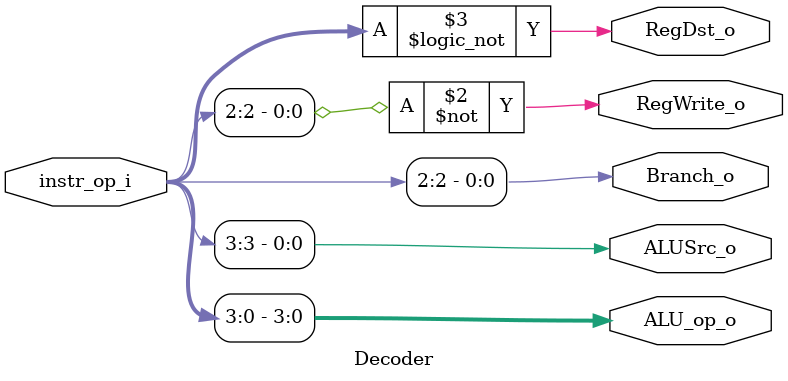
<source format=sv>
module Decoder(
               input [6-1:0] instr_op_i,
	           output logic RegWrite_o,
	           output logic [4-1:0] ALU_op_o,
	           output logic ALUSrc_o,
	           output logic RegDst_o,
	           output logic Branch_o
	           );

always_comb begin
	ALU_op_o = instr_op_i[3:0];
	Branch_o = instr_op_i[2];
	ALUSrc_o = instr_op_i[3];
	RegWrite_o = ~instr_op_i[2];
	RegDst_o = (instr_op_i == 0);
end

endmodule

</source>
